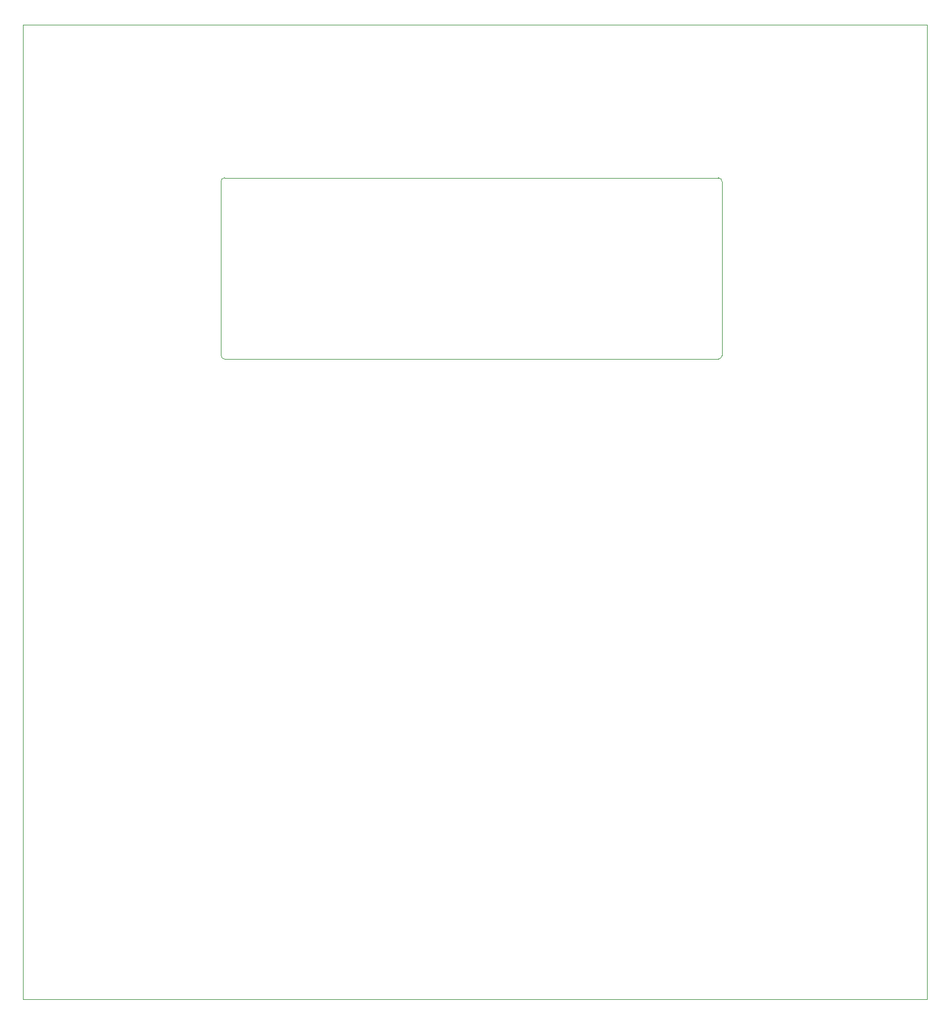
<source format=gbr>
G04 #@! TF.GenerationSoftware,KiCad,Pcbnew,(5.1.6)-1*
G04 #@! TF.CreationDate,2020-10-27T15:14:38-03:00*
G04 #@! TF.ProjectId,PanelFrontal,50616e65-6c46-4726-9f6e-74616c2e6b69,v1.0*
G04 #@! TF.SameCoordinates,Original*
G04 #@! TF.FileFunction,Profile,NP*
%FSLAX46Y46*%
G04 Gerber Fmt 4.6, Leading zero omitted, Abs format (unit mm)*
G04 Created by KiCad (PCBNEW (5.1.6)-1) date 2020-10-27 15:14:38*
%MOMM*%
%LPD*%
G01*
G04 APERTURE LIST*
G04 #@! TA.AperFunction,Profile*
%ADD10C,0.050000*%
G04 #@! TD*
G04 APERTURE END LIST*
D10*
X127750000Y-106750000D02*
X127750000Y-81750000D01*
X199250000Y-107250000D02*
X128250000Y-107250000D01*
X199750000Y-81750000D02*
X199750000Y-106750000D01*
X128250000Y-81250000D02*
X199250000Y-81250000D01*
X128250000Y-107250000D02*
G75*
G02*
X127750000Y-106750000I0J500000D01*
G01*
X199750000Y-106750000D02*
G75*
G02*
X199250000Y-107250000I-500000J0D01*
G01*
X199250000Y-81250000D02*
G75*
G02*
X199750000Y-81750000I0J-500000D01*
G01*
X127750000Y-81750000D02*
G75*
G02*
X128250000Y-81250000I500000J0D01*
G01*
X99250000Y-199250000D02*
X99250000Y-59250000D01*
X229250000Y-199250000D02*
X99250000Y-199250000D01*
X229250000Y-59250000D02*
X229250000Y-199250000D01*
X99250000Y-59250000D02*
X229250000Y-59250000D01*
M02*

</source>
